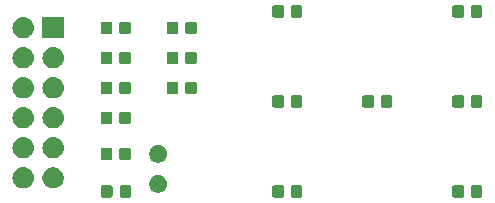
<source format=gbr>
G04 #@! TF.GenerationSoftware,KiCad,Pcbnew,(5.1.2)-2*
G04 #@! TF.CreationDate,2019-08-21T01:30:02+02:00*
G04 #@! TF.ProjectId,pmod-dice2,706d6f64-2d64-4696-9365-322e6b696361,rev?*
G04 #@! TF.SameCoordinates,Original*
G04 #@! TF.FileFunction,Soldermask,Top*
G04 #@! TF.FilePolarity,Negative*
%FSLAX46Y46*%
G04 Gerber Fmt 4.6, Leading zero omitted, Abs format (unit mm)*
G04 Created by KiCad (PCBNEW (5.1.2)-2) date 2019-08-21 01:30:02*
%MOMM*%
%LPD*%
G04 APERTURE LIST*
%ADD10C,0.100000*%
G04 APERTURE END LIST*
D10*
G36*
X64147091Y-30593085D02*
G01*
X64181069Y-30603393D01*
X64212390Y-30620134D01*
X64239839Y-30642661D01*
X64262366Y-30670110D01*
X64279107Y-30701431D01*
X64289415Y-30735409D01*
X64293500Y-30776890D01*
X64293500Y-31453110D01*
X64289415Y-31494591D01*
X64279107Y-31528569D01*
X64262366Y-31559890D01*
X64239839Y-31587339D01*
X64212390Y-31609866D01*
X64181069Y-31626607D01*
X64147091Y-31636915D01*
X64105610Y-31641000D01*
X63504390Y-31641000D01*
X63462909Y-31636915D01*
X63428931Y-31626607D01*
X63397610Y-31609866D01*
X63370161Y-31587339D01*
X63347634Y-31559890D01*
X63330893Y-31528569D01*
X63320585Y-31494591D01*
X63316500Y-31453110D01*
X63316500Y-30776890D01*
X63320585Y-30735409D01*
X63330893Y-30701431D01*
X63347634Y-30670110D01*
X63370161Y-30642661D01*
X63397610Y-30620134D01*
X63428931Y-30603393D01*
X63462909Y-30593085D01*
X63504390Y-30589000D01*
X64105610Y-30589000D01*
X64147091Y-30593085D01*
X64147091Y-30593085D01*
G37*
G36*
X47332091Y-30593085D02*
G01*
X47366069Y-30603393D01*
X47397390Y-30620134D01*
X47424839Y-30642661D01*
X47447366Y-30670110D01*
X47464107Y-30701431D01*
X47474415Y-30735409D01*
X47478500Y-30776890D01*
X47478500Y-31453110D01*
X47474415Y-31494591D01*
X47464107Y-31528569D01*
X47447366Y-31559890D01*
X47424839Y-31587339D01*
X47397390Y-31609866D01*
X47366069Y-31626607D01*
X47332091Y-31636915D01*
X47290610Y-31641000D01*
X46689390Y-31641000D01*
X46647909Y-31636915D01*
X46613931Y-31626607D01*
X46582610Y-31609866D01*
X46555161Y-31587339D01*
X46532634Y-31559890D01*
X46515893Y-31528569D01*
X46505585Y-31494591D01*
X46501500Y-31453110D01*
X46501500Y-30776890D01*
X46505585Y-30735409D01*
X46515893Y-30701431D01*
X46532634Y-30670110D01*
X46555161Y-30642661D01*
X46582610Y-30620134D01*
X46613931Y-30603393D01*
X46647909Y-30593085D01*
X46689390Y-30589000D01*
X47290610Y-30589000D01*
X47332091Y-30593085D01*
X47332091Y-30593085D01*
G37*
G36*
X48907091Y-30593085D02*
G01*
X48941069Y-30603393D01*
X48972390Y-30620134D01*
X48999839Y-30642661D01*
X49022366Y-30670110D01*
X49039107Y-30701431D01*
X49049415Y-30735409D01*
X49053500Y-30776890D01*
X49053500Y-31453110D01*
X49049415Y-31494591D01*
X49039107Y-31528569D01*
X49022366Y-31559890D01*
X48999839Y-31587339D01*
X48972390Y-31609866D01*
X48941069Y-31626607D01*
X48907091Y-31636915D01*
X48865610Y-31641000D01*
X48264390Y-31641000D01*
X48222909Y-31636915D01*
X48188931Y-31626607D01*
X48157610Y-31609866D01*
X48130161Y-31587339D01*
X48107634Y-31559890D01*
X48090893Y-31528569D01*
X48080585Y-31494591D01*
X48076500Y-31453110D01*
X48076500Y-30776890D01*
X48080585Y-30735409D01*
X48090893Y-30701431D01*
X48107634Y-30670110D01*
X48130161Y-30642661D01*
X48157610Y-30620134D01*
X48188931Y-30603393D01*
X48222909Y-30593085D01*
X48264390Y-30589000D01*
X48865610Y-30589000D01*
X48907091Y-30593085D01*
X48907091Y-30593085D01*
G37*
G36*
X32828591Y-30593085D02*
G01*
X32862569Y-30603393D01*
X32893890Y-30620134D01*
X32921339Y-30642661D01*
X32943866Y-30670110D01*
X32960607Y-30701431D01*
X32970915Y-30735409D01*
X32975000Y-30776890D01*
X32975000Y-31453110D01*
X32970915Y-31494591D01*
X32960607Y-31528569D01*
X32943866Y-31559890D01*
X32921339Y-31587339D01*
X32893890Y-31609866D01*
X32862569Y-31626607D01*
X32828591Y-31636915D01*
X32787110Y-31641000D01*
X32185890Y-31641000D01*
X32144409Y-31636915D01*
X32110431Y-31626607D01*
X32079110Y-31609866D01*
X32051661Y-31587339D01*
X32029134Y-31559890D01*
X32012393Y-31528569D01*
X32002085Y-31494591D01*
X31998000Y-31453110D01*
X31998000Y-30776890D01*
X32002085Y-30735409D01*
X32012393Y-30701431D01*
X32029134Y-30670110D01*
X32051661Y-30642661D01*
X32079110Y-30620134D01*
X32110431Y-30603393D01*
X32144409Y-30593085D01*
X32185890Y-30589000D01*
X32787110Y-30589000D01*
X32828591Y-30593085D01*
X32828591Y-30593085D01*
G37*
G36*
X34403591Y-30593085D02*
G01*
X34437569Y-30603393D01*
X34468890Y-30620134D01*
X34496339Y-30642661D01*
X34518866Y-30670110D01*
X34535607Y-30701431D01*
X34545915Y-30735409D01*
X34550000Y-30776890D01*
X34550000Y-31453110D01*
X34545915Y-31494591D01*
X34535607Y-31528569D01*
X34518866Y-31559890D01*
X34496339Y-31587339D01*
X34468890Y-31609866D01*
X34437569Y-31626607D01*
X34403591Y-31636915D01*
X34362110Y-31641000D01*
X33760890Y-31641000D01*
X33719409Y-31636915D01*
X33685431Y-31626607D01*
X33654110Y-31609866D01*
X33626661Y-31587339D01*
X33604134Y-31559890D01*
X33587393Y-31528569D01*
X33577085Y-31494591D01*
X33573000Y-31453110D01*
X33573000Y-30776890D01*
X33577085Y-30735409D01*
X33587393Y-30701431D01*
X33604134Y-30670110D01*
X33626661Y-30642661D01*
X33654110Y-30620134D01*
X33685431Y-30603393D01*
X33719409Y-30593085D01*
X33760890Y-30589000D01*
X34362110Y-30589000D01*
X34403591Y-30593085D01*
X34403591Y-30593085D01*
G37*
G36*
X62572091Y-30593085D02*
G01*
X62606069Y-30603393D01*
X62637390Y-30620134D01*
X62664839Y-30642661D01*
X62687366Y-30670110D01*
X62704107Y-30701431D01*
X62714415Y-30735409D01*
X62718500Y-30776890D01*
X62718500Y-31453110D01*
X62714415Y-31494591D01*
X62704107Y-31528569D01*
X62687366Y-31559890D01*
X62664839Y-31587339D01*
X62637390Y-31609866D01*
X62606069Y-31626607D01*
X62572091Y-31636915D01*
X62530610Y-31641000D01*
X61929390Y-31641000D01*
X61887909Y-31636915D01*
X61853931Y-31626607D01*
X61822610Y-31609866D01*
X61795161Y-31587339D01*
X61772634Y-31559890D01*
X61755893Y-31528569D01*
X61745585Y-31494591D01*
X61741500Y-31453110D01*
X61741500Y-30776890D01*
X61745585Y-30735409D01*
X61755893Y-30701431D01*
X61772634Y-30670110D01*
X61795161Y-30642661D01*
X61822610Y-30620134D01*
X61853931Y-30603393D01*
X61887909Y-30593085D01*
X61929390Y-30589000D01*
X62530610Y-30589000D01*
X62572091Y-30593085D01*
X62572091Y-30593085D01*
G37*
G36*
X37049059Y-29757860D02*
G01*
X37185732Y-29814472D01*
X37308735Y-29896660D01*
X37413340Y-30001265D01*
X37453081Y-30060742D01*
X37495529Y-30124270D01*
X37552140Y-30260941D01*
X37581000Y-30406032D01*
X37581000Y-30553968D01*
X37552440Y-30697552D01*
X37552140Y-30699059D01*
X37495528Y-30835732D01*
X37413340Y-30958735D01*
X37308735Y-31063340D01*
X37185732Y-31145528D01*
X37185731Y-31145529D01*
X37185730Y-31145529D01*
X37049059Y-31202140D01*
X36903968Y-31231000D01*
X36756032Y-31231000D01*
X36610941Y-31202140D01*
X36474270Y-31145529D01*
X36474269Y-31145529D01*
X36474268Y-31145528D01*
X36351265Y-31063340D01*
X36246660Y-30958735D01*
X36164472Y-30835732D01*
X36107860Y-30699059D01*
X36107560Y-30697552D01*
X36079000Y-30553968D01*
X36079000Y-30406032D01*
X36107860Y-30260941D01*
X36164471Y-30124270D01*
X36206919Y-30060742D01*
X36246660Y-30001265D01*
X36351265Y-29896660D01*
X36474268Y-29814472D01*
X36610941Y-29757860D01*
X36756032Y-29729000D01*
X36903968Y-29729000D01*
X37049059Y-29757860D01*
X37049059Y-29757860D01*
G37*
G36*
X25510442Y-29077518D02*
G01*
X25576627Y-29084037D01*
X25746466Y-29135557D01*
X25902991Y-29219222D01*
X25938729Y-29248552D01*
X26040186Y-29331814D01*
X26123448Y-29433271D01*
X26152778Y-29469009D01*
X26236443Y-29625534D01*
X26287963Y-29795373D01*
X26305359Y-29972000D01*
X26287963Y-30148627D01*
X26236443Y-30318466D01*
X26152778Y-30474991D01*
X26123448Y-30510729D01*
X26040186Y-30612186D01*
X25967480Y-30671853D01*
X25902991Y-30724778D01*
X25746466Y-30808443D01*
X25576627Y-30859963D01*
X25510443Y-30866481D01*
X25444260Y-30873000D01*
X25355740Y-30873000D01*
X25289557Y-30866481D01*
X25223373Y-30859963D01*
X25053534Y-30808443D01*
X24897009Y-30724778D01*
X24832520Y-30671853D01*
X24759814Y-30612186D01*
X24676552Y-30510729D01*
X24647222Y-30474991D01*
X24563557Y-30318466D01*
X24512037Y-30148627D01*
X24494641Y-29972000D01*
X24512037Y-29795373D01*
X24563557Y-29625534D01*
X24647222Y-29469009D01*
X24676552Y-29433271D01*
X24759814Y-29331814D01*
X24861271Y-29248552D01*
X24897009Y-29219222D01*
X25053534Y-29135557D01*
X25223373Y-29084037D01*
X25289558Y-29077518D01*
X25355740Y-29071000D01*
X25444260Y-29071000D01*
X25510442Y-29077518D01*
X25510442Y-29077518D01*
G37*
G36*
X28053512Y-29075927D02*
G01*
X28202812Y-29105624D01*
X28366784Y-29173544D01*
X28514354Y-29272147D01*
X28639853Y-29397646D01*
X28738456Y-29545216D01*
X28806376Y-29709188D01*
X28841000Y-29883259D01*
X28841000Y-30060741D01*
X28806376Y-30234812D01*
X28738456Y-30398784D01*
X28639853Y-30546354D01*
X28514354Y-30671853D01*
X28366784Y-30770456D01*
X28202812Y-30838376D01*
X28053512Y-30868073D01*
X28028742Y-30873000D01*
X27851258Y-30873000D01*
X27826488Y-30868073D01*
X27677188Y-30838376D01*
X27513216Y-30770456D01*
X27365646Y-30671853D01*
X27240147Y-30546354D01*
X27141544Y-30398784D01*
X27073624Y-30234812D01*
X27039000Y-30060741D01*
X27039000Y-29883259D01*
X27073624Y-29709188D01*
X27141544Y-29545216D01*
X27240147Y-29397646D01*
X27365646Y-29272147D01*
X27513216Y-29173544D01*
X27677188Y-29105624D01*
X27826488Y-29075927D01*
X27851258Y-29071000D01*
X28028742Y-29071000D01*
X28053512Y-29075927D01*
X28053512Y-29075927D01*
G37*
G36*
X37049059Y-27217860D02*
G01*
X37185732Y-27274472D01*
X37308735Y-27356660D01*
X37413340Y-27461265D01*
X37495528Y-27584268D01*
X37495529Y-27584270D01*
X37552140Y-27720941D01*
X37581000Y-27866032D01*
X37581000Y-28013968D01*
X37552140Y-28159059D01*
X37526173Y-28221750D01*
X37495528Y-28295732D01*
X37413340Y-28418735D01*
X37308735Y-28523340D01*
X37185732Y-28605528D01*
X37185731Y-28605529D01*
X37185730Y-28605529D01*
X37049059Y-28662140D01*
X36903968Y-28691000D01*
X36756032Y-28691000D01*
X36610941Y-28662140D01*
X36474270Y-28605529D01*
X36474269Y-28605529D01*
X36474268Y-28605528D01*
X36351265Y-28523340D01*
X36246660Y-28418735D01*
X36164472Y-28295732D01*
X36133828Y-28221750D01*
X36107860Y-28159059D01*
X36079000Y-28013968D01*
X36079000Y-27866032D01*
X36107860Y-27720941D01*
X36164471Y-27584270D01*
X36164472Y-27584268D01*
X36246660Y-27461265D01*
X36351265Y-27356660D01*
X36474268Y-27274472D01*
X36610941Y-27217860D01*
X36756032Y-27189000D01*
X36903968Y-27189000D01*
X37049059Y-27217860D01*
X37049059Y-27217860D01*
G37*
G36*
X34378091Y-27418085D02*
G01*
X34412069Y-27428393D01*
X34443390Y-27445134D01*
X34470839Y-27467661D01*
X34493366Y-27495110D01*
X34510107Y-27526431D01*
X34520415Y-27560409D01*
X34524500Y-27601890D01*
X34524500Y-28278110D01*
X34520415Y-28319591D01*
X34510107Y-28353569D01*
X34493366Y-28384890D01*
X34470839Y-28412339D01*
X34443390Y-28434866D01*
X34412069Y-28451607D01*
X34378091Y-28461915D01*
X34336610Y-28466000D01*
X33735390Y-28466000D01*
X33693909Y-28461915D01*
X33659931Y-28451607D01*
X33628610Y-28434866D01*
X33601161Y-28412339D01*
X33578634Y-28384890D01*
X33561893Y-28353569D01*
X33551585Y-28319591D01*
X33547500Y-28278110D01*
X33547500Y-27601890D01*
X33551585Y-27560409D01*
X33561893Y-27526431D01*
X33578634Y-27495110D01*
X33601161Y-27467661D01*
X33628610Y-27445134D01*
X33659931Y-27428393D01*
X33693909Y-27418085D01*
X33735390Y-27414000D01*
X34336610Y-27414000D01*
X34378091Y-27418085D01*
X34378091Y-27418085D01*
G37*
G36*
X32803091Y-27418085D02*
G01*
X32837069Y-27428393D01*
X32868390Y-27445134D01*
X32895839Y-27467661D01*
X32918366Y-27495110D01*
X32935107Y-27526431D01*
X32945415Y-27560409D01*
X32949500Y-27601890D01*
X32949500Y-28278110D01*
X32945415Y-28319591D01*
X32935107Y-28353569D01*
X32918366Y-28384890D01*
X32895839Y-28412339D01*
X32868390Y-28434866D01*
X32837069Y-28451607D01*
X32803091Y-28461915D01*
X32761610Y-28466000D01*
X32160390Y-28466000D01*
X32118909Y-28461915D01*
X32084931Y-28451607D01*
X32053610Y-28434866D01*
X32026161Y-28412339D01*
X32003634Y-28384890D01*
X31986893Y-28353569D01*
X31976585Y-28319591D01*
X31972500Y-28278110D01*
X31972500Y-27601890D01*
X31976585Y-27560409D01*
X31986893Y-27526431D01*
X32003634Y-27495110D01*
X32026161Y-27467661D01*
X32053610Y-27445134D01*
X32084931Y-27428393D01*
X32118909Y-27418085D01*
X32160390Y-27414000D01*
X32761610Y-27414000D01*
X32803091Y-27418085D01*
X32803091Y-27418085D01*
G37*
G36*
X28050443Y-26537519D02*
G01*
X28116627Y-26544037D01*
X28286466Y-26595557D01*
X28442991Y-26679222D01*
X28478729Y-26708552D01*
X28580186Y-26791814D01*
X28663448Y-26893271D01*
X28692778Y-26929009D01*
X28776443Y-27085534D01*
X28827963Y-27255373D01*
X28845359Y-27432000D01*
X28827963Y-27608627D01*
X28776443Y-27778466D01*
X28692778Y-27934991D01*
X28663448Y-27970729D01*
X28580186Y-28072186D01*
X28478729Y-28155448D01*
X28442991Y-28184778D01*
X28286466Y-28268443D01*
X28116627Y-28319963D01*
X28050442Y-28326482D01*
X27984260Y-28333000D01*
X27895740Y-28333000D01*
X27829558Y-28326482D01*
X27763373Y-28319963D01*
X27593534Y-28268443D01*
X27437009Y-28184778D01*
X27401271Y-28155448D01*
X27299814Y-28072186D01*
X27216552Y-27970729D01*
X27187222Y-27934991D01*
X27103557Y-27778466D01*
X27052037Y-27608627D01*
X27034641Y-27432000D01*
X27052037Y-27255373D01*
X27103557Y-27085534D01*
X27187222Y-26929009D01*
X27216552Y-26893271D01*
X27299814Y-26791814D01*
X27401271Y-26708552D01*
X27437009Y-26679222D01*
X27593534Y-26595557D01*
X27763373Y-26544037D01*
X27829557Y-26537519D01*
X27895740Y-26531000D01*
X27984260Y-26531000D01*
X28050443Y-26537519D01*
X28050443Y-26537519D01*
G37*
G36*
X25510443Y-26537519D02*
G01*
X25576627Y-26544037D01*
X25746466Y-26595557D01*
X25902991Y-26679222D01*
X25938729Y-26708552D01*
X26040186Y-26791814D01*
X26123448Y-26893271D01*
X26152778Y-26929009D01*
X26236443Y-27085534D01*
X26287963Y-27255373D01*
X26305359Y-27432000D01*
X26287963Y-27608627D01*
X26236443Y-27778466D01*
X26152778Y-27934991D01*
X26123448Y-27970729D01*
X26040186Y-28072186D01*
X25938729Y-28155448D01*
X25902991Y-28184778D01*
X25746466Y-28268443D01*
X25576627Y-28319963D01*
X25510442Y-28326482D01*
X25444260Y-28333000D01*
X25355740Y-28333000D01*
X25289558Y-28326482D01*
X25223373Y-28319963D01*
X25053534Y-28268443D01*
X24897009Y-28184778D01*
X24861271Y-28155448D01*
X24759814Y-28072186D01*
X24676552Y-27970729D01*
X24647222Y-27934991D01*
X24563557Y-27778466D01*
X24512037Y-27608627D01*
X24494641Y-27432000D01*
X24512037Y-27255373D01*
X24563557Y-27085534D01*
X24647222Y-26929009D01*
X24676552Y-26893271D01*
X24759814Y-26791814D01*
X24861271Y-26708552D01*
X24897009Y-26679222D01*
X25053534Y-26595557D01*
X25223373Y-26544037D01*
X25289557Y-26537519D01*
X25355740Y-26531000D01*
X25444260Y-26531000D01*
X25510443Y-26537519D01*
X25510443Y-26537519D01*
G37*
G36*
X28050443Y-23997519D02*
G01*
X28116627Y-24004037D01*
X28286466Y-24055557D01*
X28442991Y-24139222D01*
X28478729Y-24168552D01*
X28580186Y-24251814D01*
X28663448Y-24353271D01*
X28692778Y-24389009D01*
X28776443Y-24545534D01*
X28827963Y-24715373D01*
X28845359Y-24892000D01*
X28827963Y-25068627D01*
X28776443Y-25238466D01*
X28692778Y-25394991D01*
X28677746Y-25413307D01*
X28580186Y-25532186D01*
X28478729Y-25615448D01*
X28442991Y-25644778D01*
X28286466Y-25728443D01*
X28116627Y-25779963D01*
X28050442Y-25786482D01*
X27984260Y-25793000D01*
X27895740Y-25793000D01*
X27829557Y-25786481D01*
X27763373Y-25779963D01*
X27593534Y-25728443D01*
X27437009Y-25644778D01*
X27401271Y-25615448D01*
X27299814Y-25532186D01*
X27202254Y-25413307D01*
X27187222Y-25394991D01*
X27103557Y-25238466D01*
X27052037Y-25068627D01*
X27034641Y-24892000D01*
X27052037Y-24715373D01*
X27103557Y-24545534D01*
X27187222Y-24389009D01*
X27216552Y-24353271D01*
X27299814Y-24251814D01*
X27401271Y-24168552D01*
X27437009Y-24139222D01*
X27593534Y-24055557D01*
X27763373Y-24004037D01*
X27829558Y-23997518D01*
X27895740Y-23991000D01*
X27984260Y-23991000D01*
X28050443Y-23997519D01*
X28050443Y-23997519D01*
G37*
G36*
X25510443Y-23997519D02*
G01*
X25576627Y-24004037D01*
X25746466Y-24055557D01*
X25902991Y-24139222D01*
X25938729Y-24168552D01*
X26040186Y-24251814D01*
X26123448Y-24353271D01*
X26152778Y-24389009D01*
X26236443Y-24545534D01*
X26287963Y-24715373D01*
X26305359Y-24892000D01*
X26287963Y-25068627D01*
X26236443Y-25238466D01*
X26152778Y-25394991D01*
X26137746Y-25413307D01*
X26040186Y-25532186D01*
X25938729Y-25615448D01*
X25902991Y-25644778D01*
X25746466Y-25728443D01*
X25576627Y-25779963D01*
X25510442Y-25786482D01*
X25444260Y-25793000D01*
X25355740Y-25793000D01*
X25289557Y-25786481D01*
X25223373Y-25779963D01*
X25053534Y-25728443D01*
X24897009Y-25644778D01*
X24861271Y-25615448D01*
X24759814Y-25532186D01*
X24662254Y-25413307D01*
X24647222Y-25394991D01*
X24563557Y-25238466D01*
X24512037Y-25068627D01*
X24494641Y-24892000D01*
X24512037Y-24715373D01*
X24563557Y-24545534D01*
X24647222Y-24389009D01*
X24676552Y-24353271D01*
X24759814Y-24251814D01*
X24861271Y-24168552D01*
X24897009Y-24139222D01*
X25053534Y-24055557D01*
X25223373Y-24004037D01*
X25289558Y-23997518D01*
X25355740Y-23991000D01*
X25444260Y-23991000D01*
X25510443Y-23997519D01*
X25510443Y-23997519D01*
G37*
G36*
X32803091Y-24370085D02*
G01*
X32837069Y-24380393D01*
X32868390Y-24397134D01*
X32895839Y-24419661D01*
X32918366Y-24447110D01*
X32935107Y-24478431D01*
X32945415Y-24512409D01*
X32949500Y-24553890D01*
X32949500Y-25230110D01*
X32945415Y-25271591D01*
X32935107Y-25305569D01*
X32918366Y-25336890D01*
X32895839Y-25364339D01*
X32868390Y-25386866D01*
X32837069Y-25403607D01*
X32803091Y-25413915D01*
X32761610Y-25418000D01*
X32160390Y-25418000D01*
X32118909Y-25413915D01*
X32084931Y-25403607D01*
X32053610Y-25386866D01*
X32026161Y-25364339D01*
X32003634Y-25336890D01*
X31986893Y-25305569D01*
X31976585Y-25271591D01*
X31972500Y-25230110D01*
X31972500Y-24553890D01*
X31976585Y-24512409D01*
X31986893Y-24478431D01*
X32003634Y-24447110D01*
X32026161Y-24419661D01*
X32053610Y-24397134D01*
X32084931Y-24380393D01*
X32118909Y-24370085D01*
X32160390Y-24366000D01*
X32761610Y-24366000D01*
X32803091Y-24370085D01*
X32803091Y-24370085D01*
G37*
G36*
X34378091Y-24370085D02*
G01*
X34412069Y-24380393D01*
X34443390Y-24397134D01*
X34470839Y-24419661D01*
X34493366Y-24447110D01*
X34510107Y-24478431D01*
X34520415Y-24512409D01*
X34524500Y-24553890D01*
X34524500Y-25230110D01*
X34520415Y-25271591D01*
X34510107Y-25305569D01*
X34493366Y-25336890D01*
X34470839Y-25364339D01*
X34443390Y-25386866D01*
X34412069Y-25403607D01*
X34378091Y-25413915D01*
X34336610Y-25418000D01*
X33735390Y-25418000D01*
X33693909Y-25413915D01*
X33659931Y-25403607D01*
X33628610Y-25386866D01*
X33601161Y-25364339D01*
X33578634Y-25336890D01*
X33561893Y-25305569D01*
X33551585Y-25271591D01*
X33547500Y-25230110D01*
X33547500Y-24553890D01*
X33551585Y-24512409D01*
X33561893Y-24478431D01*
X33578634Y-24447110D01*
X33601161Y-24419661D01*
X33628610Y-24397134D01*
X33659931Y-24380393D01*
X33693909Y-24370085D01*
X33735390Y-24366000D01*
X34336610Y-24366000D01*
X34378091Y-24370085D01*
X34378091Y-24370085D01*
G37*
G36*
X54952091Y-22973085D02*
G01*
X54986069Y-22983393D01*
X55017390Y-23000134D01*
X55044839Y-23022661D01*
X55067366Y-23050110D01*
X55084107Y-23081431D01*
X55094415Y-23115409D01*
X55098500Y-23156890D01*
X55098500Y-23833110D01*
X55094415Y-23874591D01*
X55084107Y-23908569D01*
X55067366Y-23939890D01*
X55044839Y-23967339D01*
X55017390Y-23989866D01*
X54986069Y-24006607D01*
X54952091Y-24016915D01*
X54910610Y-24021000D01*
X54309390Y-24021000D01*
X54267909Y-24016915D01*
X54233931Y-24006607D01*
X54202610Y-23989866D01*
X54175161Y-23967339D01*
X54152634Y-23939890D01*
X54135893Y-23908569D01*
X54125585Y-23874591D01*
X54121500Y-23833110D01*
X54121500Y-23156890D01*
X54125585Y-23115409D01*
X54135893Y-23081431D01*
X54152634Y-23050110D01*
X54175161Y-23022661D01*
X54202610Y-23000134D01*
X54233931Y-22983393D01*
X54267909Y-22973085D01*
X54309390Y-22969000D01*
X54910610Y-22969000D01*
X54952091Y-22973085D01*
X54952091Y-22973085D01*
G37*
G36*
X62572091Y-22973085D02*
G01*
X62606069Y-22983393D01*
X62637390Y-23000134D01*
X62664839Y-23022661D01*
X62687366Y-23050110D01*
X62704107Y-23081431D01*
X62714415Y-23115409D01*
X62718500Y-23156890D01*
X62718500Y-23833110D01*
X62714415Y-23874591D01*
X62704107Y-23908569D01*
X62687366Y-23939890D01*
X62664839Y-23967339D01*
X62637390Y-23989866D01*
X62606069Y-24006607D01*
X62572091Y-24016915D01*
X62530610Y-24021000D01*
X61929390Y-24021000D01*
X61887909Y-24016915D01*
X61853931Y-24006607D01*
X61822610Y-23989866D01*
X61795161Y-23967339D01*
X61772634Y-23939890D01*
X61755893Y-23908569D01*
X61745585Y-23874591D01*
X61741500Y-23833110D01*
X61741500Y-23156890D01*
X61745585Y-23115409D01*
X61755893Y-23081431D01*
X61772634Y-23050110D01*
X61795161Y-23022661D01*
X61822610Y-23000134D01*
X61853931Y-22983393D01*
X61887909Y-22973085D01*
X61929390Y-22969000D01*
X62530610Y-22969000D01*
X62572091Y-22973085D01*
X62572091Y-22973085D01*
G37*
G36*
X56527091Y-22973085D02*
G01*
X56561069Y-22983393D01*
X56592390Y-23000134D01*
X56619839Y-23022661D01*
X56642366Y-23050110D01*
X56659107Y-23081431D01*
X56669415Y-23115409D01*
X56673500Y-23156890D01*
X56673500Y-23833110D01*
X56669415Y-23874591D01*
X56659107Y-23908569D01*
X56642366Y-23939890D01*
X56619839Y-23967339D01*
X56592390Y-23989866D01*
X56561069Y-24006607D01*
X56527091Y-24016915D01*
X56485610Y-24021000D01*
X55884390Y-24021000D01*
X55842909Y-24016915D01*
X55808931Y-24006607D01*
X55777610Y-23989866D01*
X55750161Y-23967339D01*
X55727634Y-23939890D01*
X55710893Y-23908569D01*
X55700585Y-23874591D01*
X55696500Y-23833110D01*
X55696500Y-23156890D01*
X55700585Y-23115409D01*
X55710893Y-23081431D01*
X55727634Y-23050110D01*
X55750161Y-23022661D01*
X55777610Y-23000134D01*
X55808931Y-22983393D01*
X55842909Y-22973085D01*
X55884390Y-22969000D01*
X56485610Y-22969000D01*
X56527091Y-22973085D01*
X56527091Y-22973085D01*
G37*
G36*
X47332091Y-22973085D02*
G01*
X47366069Y-22983393D01*
X47397390Y-23000134D01*
X47424839Y-23022661D01*
X47447366Y-23050110D01*
X47464107Y-23081431D01*
X47474415Y-23115409D01*
X47478500Y-23156890D01*
X47478500Y-23833110D01*
X47474415Y-23874591D01*
X47464107Y-23908569D01*
X47447366Y-23939890D01*
X47424839Y-23967339D01*
X47397390Y-23989866D01*
X47366069Y-24006607D01*
X47332091Y-24016915D01*
X47290610Y-24021000D01*
X46689390Y-24021000D01*
X46647909Y-24016915D01*
X46613931Y-24006607D01*
X46582610Y-23989866D01*
X46555161Y-23967339D01*
X46532634Y-23939890D01*
X46515893Y-23908569D01*
X46505585Y-23874591D01*
X46501500Y-23833110D01*
X46501500Y-23156890D01*
X46505585Y-23115409D01*
X46515893Y-23081431D01*
X46532634Y-23050110D01*
X46555161Y-23022661D01*
X46582610Y-23000134D01*
X46613931Y-22983393D01*
X46647909Y-22973085D01*
X46689390Y-22969000D01*
X47290610Y-22969000D01*
X47332091Y-22973085D01*
X47332091Y-22973085D01*
G37*
G36*
X64147091Y-22973085D02*
G01*
X64181069Y-22983393D01*
X64212390Y-23000134D01*
X64239839Y-23022661D01*
X64262366Y-23050110D01*
X64279107Y-23081431D01*
X64289415Y-23115409D01*
X64293500Y-23156890D01*
X64293500Y-23833110D01*
X64289415Y-23874591D01*
X64279107Y-23908569D01*
X64262366Y-23939890D01*
X64239839Y-23967339D01*
X64212390Y-23989866D01*
X64181069Y-24006607D01*
X64147091Y-24016915D01*
X64105610Y-24021000D01*
X63504390Y-24021000D01*
X63462909Y-24016915D01*
X63428931Y-24006607D01*
X63397610Y-23989866D01*
X63370161Y-23967339D01*
X63347634Y-23939890D01*
X63330893Y-23908569D01*
X63320585Y-23874591D01*
X63316500Y-23833110D01*
X63316500Y-23156890D01*
X63320585Y-23115409D01*
X63330893Y-23081431D01*
X63347634Y-23050110D01*
X63370161Y-23022661D01*
X63397610Y-23000134D01*
X63428931Y-22983393D01*
X63462909Y-22973085D01*
X63504390Y-22969000D01*
X64105610Y-22969000D01*
X64147091Y-22973085D01*
X64147091Y-22973085D01*
G37*
G36*
X48907091Y-22973085D02*
G01*
X48941069Y-22983393D01*
X48972390Y-23000134D01*
X48999839Y-23022661D01*
X49022366Y-23050110D01*
X49039107Y-23081431D01*
X49049415Y-23115409D01*
X49053500Y-23156890D01*
X49053500Y-23833110D01*
X49049415Y-23874591D01*
X49039107Y-23908569D01*
X49022366Y-23939890D01*
X48999839Y-23967339D01*
X48972390Y-23989866D01*
X48941069Y-24006607D01*
X48907091Y-24016915D01*
X48865610Y-24021000D01*
X48264390Y-24021000D01*
X48222909Y-24016915D01*
X48188931Y-24006607D01*
X48157610Y-23989866D01*
X48130161Y-23967339D01*
X48107634Y-23939890D01*
X48090893Y-23908569D01*
X48080585Y-23874591D01*
X48076500Y-23833110D01*
X48076500Y-23156890D01*
X48080585Y-23115409D01*
X48090893Y-23081431D01*
X48107634Y-23050110D01*
X48130161Y-23022661D01*
X48157610Y-23000134D01*
X48188931Y-22983393D01*
X48222909Y-22973085D01*
X48264390Y-22969000D01*
X48865610Y-22969000D01*
X48907091Y-22973085D01*
X48907091Y-22973085D01*
G37*
G36*
X25510443Y-21457519D02*
G01*
X25576627Y-21464037D01*
X25746466Y-21515557D01*
X25902991Y-21599222D01*
X25938729Y-21628552D01*
X26040186Y-21711814D01*
X26123448Y-21813271D01*
X26152778Y-21849009D01*
X26236443Y-22005534D01*
X26287963Y-22175373D01*
X26305359Y-22352000D01*
X26287963Y-22528627D01*
X26236443Y-22698466D01*
X26152778Y-22854991D01*
X26137746Y-22873307D01*
X26040186Y-22992186D01*
X25969604Y-23050110D01*
X25902991Y-23104778D01*
X25746466Y-23188443D01*
X25576627Y-23239963D01*
X25510443Y-23246481D01*
X25444260Y-23253000D01*
X25355740Y-23253000D01*
X25289557Y-23246481D01*
X25223373Y-23239963D01*
X25053534Y-23188443D01*
X24897009Y-23104778D01*
X24830396Y-23050110D01*
X24759814Y-22992186D01*
X24662254Y-22873307D01*
X24647222Y-22854991D01*
X24563557Y-22698466D01*
X24512037Y-22528627D01*
X24494641Y-22352000D01*
X24512037Y-22175373D01*
X24563557Y-22005534D01*
X24647222Y-21849009D01*
X24676552Y-21813271D01*
X24759814Y-21711814D01*
X24861271Y-21628552D01*
X24897009Y-21599222D01*
X25053534Y-21515557D01*
X25223373Y-21464037D01*
X25289557Y-21457519D01*
X25355740Y-21451000D01*
X25444260Y-21451000D01*
X25510443Y-21457519D01*
X25510443Y-21457519D01*
G37*
G36*
X28050443Y-21457519D02*
G01*
X28116627Y-21464037D01*
X28286466Y-21515557D01*
X28442991Y-21599222D01*
X28478729Y-21628552D01*
X28580186Y-21711814D01*
X28663448Y-21813271D01*
X28692778Y-21849009D01*
X28776443Y-22005534D01*
X28827963Y-22175373D01*
X28845359Y-22352000D01*
X28827963Y-22528627D01*
X28776443Y-22698466D01*
X28692778Y-22854991D01*
X28677746Y-22873307D01*
X28580186Y-22992186D01*
X28509604Y-23050110D01*
X28442991Y-23104778D01*
X28286466Y-23188443D01*
X28116627Y-23239963D01*
X28050443Y-23246481D01*
X27984260Y-23253000D01*
X27895740Y-23253000D01*
X27829557Y-23246481D01*
X27763373Y-23239963D01*
X27593534Y-23188443D01*
X27437009Y-23104778D01*
X27370396Y-23050110D01*
X27299814Y-22992186D01*
X27202254Y-22873307D01*
X27187222Y-22854991D01*
X27103557Y-22698466D01*
X27052037Y-22528627D01*
X27034641Y-22352000D01*
X27052037Y-22175373D01*
X27103557Y-22005534D01*
X27187222Y-21849009D01*
X27216552Y-21813271D01*
X27299814Y-21711814D01*
X27401271Y-21628552D01*
X27437009Y-21599222D01*
X27593534Y-21515557D01*
X27763373Y-21464037D01*
X27829557Y-21457519D01*
X27895740Y-21451000D01*
X27984260Y-21451000D01*
X28050443Y-21457519D01*
X28050443Y-21457519D01*
G37*
G36*
X38391091Y-21830085D02*
G01*
X38425069Y-21840393D01*
X38456390Y-21857134D01*
X38483839Y-21879661D01*
X38506366Y-21907110D01*
X38523107Y-21938431D01*
X38533415Y-21972409D01*
X38537500Y-22013890D01*
X38537500Y-22690110D01*
X38533415Y-22731591D01*
X38523107Y-22765569D01*
X38506366Y-22796890D01*
X38483839Y-22824339D01*
X38456390Y-22846866D01*
X38425069Y-22863607D01*
X38391091Y-22873915D01*
X38349610Y-22878000D01*
X37748390Y-22878000D01*
X37706909Y-22873915D01*
X37672931Y-22863607D01*
X37641610Y-22846866D01*
X37614161Y-22824339D01*
X37591634Y-22796890D01*
X37574893Y-22765569D01*
X37564585Y-22731591D01*
X37560500Y-22690110D01*
X37560500Y-22013890D01*
X37564585Y-21972409D01*
X37574893Y-21938431D01*
X37591634Y-21907110D01*
X37614161Y-21879661D01*
X37641610Y-21857134D01*
X37672931Y-21840393D01*
X37706909Y-21830085D01*
X37748390Y-21826000D01*
X38349610Y-21826000D01*
X38391091Y-21830085D01*
X38391091Y-21830085D01*
G37*
G36*
X34378091Y-21830085D02*
G01*
X34412069Y-21840393D01*
X34443390Y-21857134D01*
X34470839Y-21879661D01*
X34493366Y-21907110D01*
X34510107Y-21938431D01*
X34520415Y-21972409D01*
X34524500Y-22013890D01*
X34524500Y-22690110D01*
X34520415Y-22731591D01*
X34510107Y-22765569D01*
X34493366Y-22796890D01*
X34470839Y-22824339D01*
X34443390Y-22846866D01*
X34412069Y-22863607D01*
X34378091Y-22873915D01*
X34336610Y-22878000D01*
X33735390Y-22878000D01*
X33693909Y-22873915D01*
X33659931Y-22863607D01*
X33628610Y-22846866D01*
X33601161Y-22824339D01*
X33578634Y-22796890D01*
X33561893Y-22765569D01*
X33551585Y-22731591D01*
X33547500Y-22690110D01*
X33547500Y-22013890D01*
X33551585Y-21972409D01*
X33561893Y-21938431D01*
X33578634Y-21907110D01*
X33601161Y-21879661D01*
X33628610Y-21857134D01*
X33659931Y-21840393D01*
X33693909Y-21830085D01*
X33735390Y-21826000D01*
X34336610Y-21826000D01*
X34378091Y-21830085D01*
X34378091Y-21830085D01*
G37*
G36*
X32803091Y-21830085D02*
G01*
X32837069Y-21840393D01*
X32868390Y-21857134D01*
X32895839Y-21879661D01*
X32918366Y-21907110D01*
X32935107Y-21938431D01*
X32945415Y-21972409D01*
X32949500Y-22013890D01*
X32949500Y-22690110D01*
X32945415Y-22731591D01*
X32935107Y-22765569D01*
X32918366Y-22796890D01*
X32895839Y-22824339D01*
X32868390Y-22846866D01*
X32837069Y-22863607D01*
X32803091Y-22873915D01*
X32761610Y-22878000D01*
X32160390Y-22878000D01*
X32118909Y-22873915D01*
X32084931Y-22863607D01*
X32053610Y-22846866D01*
X32026161Y-22824339D01*
X32003634Y-22796890D01*
X31986893Y-22765569D01*
X31976585Y-22731591D01*
X31972500Y-22690110D01*
X31972500Y-22013890D01*
X31976585Y-21972409D01*
X31986893Y-21938431D01*
X32003634Y-21907110D01*
X32026161Y-21879661D01*
X32053610Y-21857134D01*
X32084931Y-21840393D01*
X32118909Y-21830085D01*
X32160390Y-21826000D01*
X32761610Y-21826000D01*
X32803091Y-21830085D01*
X32803091Y-21830085D01*
G37*
G36*
X39966091Y-21830085D02*
G01*
X40000069Y-21840393D01*
X40031390Y-21857134D01*
X40058839Y-21879661D01*
X40081366Y-21907110D01*
X40098107Y-21938431D01*
X40108415Y-21972409D01*
X40112500Y-22013890D01*
X40112500Y-22690110D01*
X40108415Y-22731591D01*
X40098107Y-22765569D01*
X40081366Y-22796890D01*
X40058839Y-22824339D01*
X40031390Y-22846866D01*
X40000069Y-22863607D01*
X39966091Y-22873915D01*
X39924610Y-22878000D01*
X39323390Y-22878000D01*
X39281909Y-22873915D01*
X39247931Y-22863607D01*
X39216610Y-22846866D01*
X39189161Y-22824339D01*
X39166634Y-22796890D01*
X39149893Y-22765569D01*
X39139585Y-22731591D01*
X39135500Y-22690110D01*
X39135500Y-22013890D01*
X39139585Y-21972409D01*
X39149893Y-21938431D01*
X39166634Y-21907110D01*
X39189161Y-21879661D01*
X39216610Y-21857134D01*
X39247931Y-21840393D01*
X39281909Y-21830085D01*
X39323390Y-21826000D01*
X39924610Y-21826000D01*
X39966091Y-21830085D01*
X39966091Y-21830085D01*
G37*
G36*
X25510442Y-18917518D02*
G01*
X25576627Y-18924037D01*
X25746466Y-18975557D01*
X25902991Y-19059222D01*
X25938729Y-19088552D01*
X26040186Y-19171814D01*
X26123448Y-19273271D01*
X26152778Y-19309009D01*
X26236443Y-19465534D01*
X26287963Y-19635373D01*
X26305359Y-19812000D01*
X26287963Y-19988627D01*
X26236443Y-20158466D01*
X26152778Y-20314991D01*
X26137746Y-20333307D01*
X26040186Y-20452186D01*
X25938729Y-20535448D01*
X25902991Y-20564778D01*
X25746466Y-20648443D01*
X25576627Y-20699963D01*
X25510443Y-20706481D01*
X25444260Y-20713000D01*
X25355740Y-20713000D01*
X25289557Y-20706481D01*
X25223373Y-20699963D01*
X25053534Y-20648443D01*
X24897009Y-20564778D01*
X24861271Y-20535448D01*
X24759814Y-20452186D01*
X24662254Y-20333307D01*
X24647222Y-20314991D01*
X24563557Y-20158466D01*
X24512037Y-19988627D01*
X24494641Y-19812000D01*
X24512037Y-19635373D01*
X24563557Y-19465534D01*
X24647222Y-19309009D01*
X24676552Y-19273271D01*
X24759814Y-19171814D01*
X24861271Y-19088552D01*
X24897009Y-19059222D01*
X25053534Y-18975557D01*
X25223373Y-18924037D01*
X25289558Y-18917518D01*
X25355740Y-18911000D01*
X25444260Y-18911000D01*
X25510442Y-18917518D01*
X25510442Y-18917518D01*
G37*
G36*
X28050442Y-18917518D02*
G01*
X28116627Y-18924037D01*
X28286466Y-18975557D01*
X28442991Y-19059222D01*
X28478729Y-19088552D01*
X28580186Y-19171814D01*
X28663448Y-19273271D01*
X28692778Y-19309009D01*
X28776443Y-19465534D01*
X28827963Y-19635373D01*
X28845359Y-19812000D01*
X28827963Y-19988627D01*
X28776443Y-20158466D01*
X28692778Y-20314991D01*
X28677746Y-20333307D01*
X28580186Y-20452186D01*
X28478729Y-20535448D01*
X28442991Y-20564778D01*
X28286466Y-20648443D01*
X28116627Y-20699963D01*
X28050443Y-20706481D01*
X27984260Y-20713000D01*
X27895740Y-20713000D01*
X27829557Y-20706481D01*
X27763373Y-20699963D01*
X27593534Y-20648443D01*
X27437009Y-20564778D01*
X27401271Y-20535448D01*
X27299814Y-20452186D01*
X27202254Y-20333307D01*
X27187222Y-20314991D01*
X27103557Y-20158466D01*
X27052037Y-19988627D01*
X27034641Y-19812000D01*
X27052037Y-19635373D01*
X27103557Y-19465534D01*
X27187222Y-19309009D01*
X27216552Y-19273271D01*
X27299814Y-19171814D01*
X27401271Y-19088552D01*
X27437009Y-19059222D01*
X27593534Y-18975557D01*
X27763373Y-18924037D01*
X27829558Y-18917518D01*
X27895740Y-18911000D01*
X27984260Y-18911000D01*
X28050442Y-18917518D01*
X28050442Y-18917518D01*
G37*
G36*
X32803091Y-19290085D02*
G01*
X32837069Y-19300393D01*
X32868390Y-19317134D01*
X32895839Y-19339661D01*
X32918366Y-19367110D01*
X32935107Y-19398431D01*
X32945415Y-19432409D01*
X32949500Y-19473890D01*
X32949500Y-20150110D01*
X32945415Y-20191591D01*
X32935107Y-20225569D01*
X32918366Y-20256890D01*
X32895839Y-20284339D01*
X32868390Y-20306866D01*
X32837069Y-20323607D01*
X32803091Y-20333915D01*
X32761610Y-20338000D01*
X32160390Y-20338000D01*
X32118909Y-20333915D01*
X32084931Y-20323607D01*
X32053610Y-20306866D01*
X32026161Y-20284339D01*
X32003634Y-20256890D01*
X31986893Y-20225569D01*
X31976585Y-20191591D01*
X31972500Y-20150110D01*
X31972500Y-19473890D01*
X31976585Y-19432409D01*
X31986893Y-19398431D01*
X32003634Y-19367110D01*
X32026161Y-19339661D01*
X32053610Y-19317134D01*
X32084931Y-19300393D01*
X32118909Y-19290085D01*
X32160390Y-19286000D01*
X32761610Y-19286000D01*
X32803091Y-19290085D01*
X32803091Y-19290085D01*
G37*
G36*
X39966091Y-19290085D02*
G01*
X40000069Y-19300393D01*
X40031390Y-19317134D01*
X40058839Y-19339661D01*
X40081366Y-19367110D01*
X40098107Y-19398431D01*
X40108415Y-19432409D01*
X40112500Y-19473890D01*
X40112500Y-20150110D01*
X40108415Y-20191591D01*
X40098107Y-20225569D01*
X40081366Y-20256890D01*
X40058839Y-20284339D01*
X40031390Y-20306866D01*
X40000069Y-20323607D01*
X39966091Y-20333915D01*
X39924610Y-20338000D01*
X39323390Y-20338000D01*
X39281909Y-20333915D01*
X39247931Y-20323607D01*
X39216610Y-20306866D01*
X39189161Y-20284339D01*
X39166634Y-20256890D01*
X39149893Y-20225569D01*
X39139585Y-20191591D01*
X39135500Y-20150110D01*
X39135500Y-19473890D01*
X39139585Y-19432409D01*
X39149893Y-19398431D01*
X39166634Y-19367110D01*
X39189161Y-19339661D01*
X39216610Y-19317134D01*
X39247931Y-19300393D01*
X39281909Y-19290085D01*
X39323390Y-19286000D01*
X39924610Y-19286000D01*
X39966091Y-19290085D01*
X39966091Y-19290085D01*
G37*
G36*
X34378091Y-19290085D02*
G01*
X34412069Y-19300393D01*
X34443390Y-19317134D01*
X34470839Y-19339661D01*
X34493366Y-19367110D01*
X34510107Y-19398431D01*
X34520415Y-19432409D01*
X34524500Y-19473890D01*
X34524500Y-20150110D01*
X34520415Y-20191591D01*
X34510107Y-20225569D01*
X34493366Y-20256890D01*
X34470839Y-20284339D01*
X34443390Y-20306866D01*
X34412069Y-20323607D01*
X34378091Y-20333915D01*
X34336610Y-20338000D01*
X33735390Y-20338000D01*
X33693909Y-20333915D01*
X33659931Y-20323607D01*
X33628610Y-20306866D01*
X33601161Y-20284339D01*
X33578634Y-20256890D01*
X33561893Y-20225569D01*
X33551585Y-20191591D01*
X33547500Y-20150110D01*
X33547500Y-19473890D01*
X33551585Y-19432409D01*
X33561893Y-19398431D01*
X33578634Y-19367110D01*
X33601161Y-19339661D01*
X33628610Y-19317134D01*
X33659931Y-19300393D01*
X33693909Y-19290085D01*
X33735390Y-19286000D01*
X34336610Y-19286000D01*
X34378091Y-19290085D01*
X34378091Y-19290085D01*
G37*
G36*
X38391091Y-19290085D02*
G01*
X38425069Y-19300393D01*
X38456390Y-19317134D01*
X38483839Y-19339661D01*
X38506366Y-19367110D01*
X38523107Y-19398431D01*
X38533415Y-19432409D01*
X38537500Y-19473890D01*
X38537500Y-20150110D01*
X38533415Y-20191591D01*
X38523107Y-20225569D01*
X38506366Y-20256890D01*
X38483839Y-20284339D01*
X38456390Y-20306866D01*
X38425069Y-20323607D01*
X38391091Y-20333915D01*
X38349610Y-20338000D01*
X37748390Y-20338000D01*
X37706909Y-20333915D01*
X37672931Y-20323607D01*
X37641610Y-20306866D01*
X37614161Y-20284339D01*
X37591634Y-20256890D01*
X37574893Y-20225569D01*
X37564585Y-20191591D01*
X37560500Y-20150110D01*
X37560500Y-19473890D01*
X37564585Y-19432409D01*
X37574893Y-19398431D01*
X37591634Y-19367110D01*
X37614161Y-19339661D01*
X37641610Y-19317134D01*
X37672931Y-19300393D01*
X37706909Y-19290085D01*
X37748390Y-19286000D01*
X38349610Y-19286000D01*
X38391091Y-19290085D01*
X38391091Y-19290085D01*
G37*
G36*
X28841000Y-18173000D02*
G01*
X27039000Y-18173000D01*
X27039000Y-16371000D01*
X28841000Y-16371000D01*
X28841000Y-18173000D01*
X28841000Y-18173000D01*
G37*
G36*
X25510442Y-16377518D02*
G01*
X25576627Y-16384037D01*
X25746466Y-16435557D01*
X25902991Y-16519222D01*
X25938729Y-16548552D01*
X26040186Y-16631814D01*
X26123448Y-16733271D01*
X26152778Y-16769009D01*
X26236443Y-16925534D01*
X26287963Y-17095373D01*
X26305359Y-17272000D01*
X26287963Y-17448627D01*
X26236443Y-17618466D01*
X26152778Y-17774991D01*
X26137746Y-17793307D01*
X26040186Y-17912186D01*
X25938729Y-17995448D01*
X25902991Y-18024778D01*
X25746466Y-18108443D01*
X25576627Y-18159963D01*
X25510442Y-18166482D01*
X25444260Y-18173000D01*
X25355740Y-18173000D01*
X25289558Y-18166482D01*
X25223373Y-18159963D01*
X25053534Y-18108443D01*
X24897009Y-18024778D01*
X24861271Y-17995448D01*
X24759814Y-17912186D01*
X24662254Y-17793307D01*
X24647222Y-17774991D01*
X24563557Y-17618466D01*
X24512037Y-17448627D01*
X24494641Y-17272000D01*
X24512037Y-17095373D01*
X24563557Y-16925534D01*
X24647222Y-16769009D01*
X24676552Y-16733271D01*
X24759814Y-16631814D01*
X24861271Y-16548552D01*
X24897009Y-16519222D01*
X25053534Y-16435557D01*
X25223373Y-16384037D01*
X25289558Y-16377518D01*
X25355740Y-16371000D01*
X25444260Y-16371000D01*
X25510442Y-16377518D01*
X25510442Y-16377518D01*
G37*
G36*
X38391091Y-16750085D02*
G01*
X38425069Y-16760393D01*
X38456390Y-16777134D01*
X38483839Y-16799661D01*
X38506366Y-16827110D01*
X38523107Y-16858431D01*
X38533415Y-16892409D01*
X38537500Y-16933890D01*
X38537500Y-17610110D01*
X38533415Y-17651591D01*
X38523107Y-17685569D01*
X38506366Y-17716890D01*
X38483839Y-17744339D01*
X38456390Y-17766866D01*
X38425069Y-17783607D01*
X38391091Y-17793915D01*
X38349610Y-17798000D01*
X37748390Y-17798000D01*
X37706909Y-17793915D01*
X37672931Y-17783607D01*
X37641610Y-17766866D01*
X37614161Y-17744339D01*
X37591634Y-17716890D01*
X37574893Y-17685569D01*
X37564585Y-17651591D01*
X37560500Y-17610110D01*
X37560500Y-16933890D01*
X37564585Y-16892409D01*
X37574893Y-16858431D01*
X37591634Y-16827110D01*
X37614161Y-16799661D01*
X37641610Y-16777134D01*
X37672931Y-16760393D01*
X37706909Y-16750085D01*
X37748390Y-16746000D01*
X38349610Y-16746000D01*
X38391091Y-16750085D01*
X38391091Y-16750085D01*
G37*
G36*
X39966091Y-16750085D02*
G01*
X40000069Y-16760393D01*
X40031390Y-16777134D01*
X40058839Y-16799661D01*
X40081366Y-16827110D01*
X40098107Y-16858431D01*
X40108415Y-16892409D01*
X40112500Y-16933890D01*
X40112500Y-17610110D01*
X40108415Y-17651591D01*
X40098107Y-17685569D01*
X40081366Y-17716890D01*
X40058839Y-17744339D01*
X40031390Y-17766866D01*
X40000069Y-17783607D01*
X39966091Y-17793915D01*
X39924610Y-17798000D01*
X39323390Y-17798000D01*
X39281909Y-17793915D01*
X39247931Y-17783607D01*
X39216610Y-17766866D01*
X39189161Y-17744339D01*
X39166634Y-17716890D01*
X39149893Y-17685569D01*
X39139585Y-17651591D01*
X39135500Y-17610110D01*
X39135500Y-16933890D01*
X39139585Y-16892409D01*
X39149893Y-16858431D01*
X39166634Y-16827110D01*
X39189161Y-16799661D01*
X39216610Y-16777134D01*
X39247931Y-16760393D01*
X39281909Y-16750085D01*
X39323390Y-16746000D01*
X39924610Y-16746000D01*
X39966091Y-16750085D01*
X39966091Y-16750085D01*
G37*
G36*
X32803091Y-16750085D02*
G01*
X32837069Y-16760393D01*
X32868390Y-16777134D01*
X32895839Y-16799661D01*
X32918366Y-16827110D01*
X32935107Y-16858431D01*
X32945415Y-16892409D01*
X32949500Y-16933890D01*
X32949500Y-17610110D01*
X32945415Y-17651591D01*
X32935107Y-17685569D01*
X32918366Y-17716890D01*
X32895839Y-17744339D01*
X32868390Y-17766866D01*
X32837069Y-17783607D01*
X32803091Y-17793915D01*
X32761610Y-17798000D01*
X32160390Y-17798000D01*
X32118909Y-17793915D01*
X32084931Y-17783607D01*
X32053610Y-17766866D01*
X32026161Y-17744339D01*
X32003634Y-17716890D01*
X31986893Y-17685569D01*
X31976585Y-17651591D01*
X31972500Y-17610110D01*
X31972500Y-16933890D01*
X31976585Y-16892409D01*
X31986893Y-16858431D01*
X32003634Y-16827110D01*
X32026161Y-16799661D01*
X32053610Y-16777134D01*
X32084931Y-16760393D01*
X32118909Y-16750085D01*
X32160390Y-16746000D01*
X32761610Y-16746000D01*
X32803091Y-16750085D01*
X32803091Y-16750085D01*
G37*
G36*
X34378091Y-16750085D02*
G01*
X34412069Y-16760393D01*
X34443390Y-16777134D01*
X34470839Y-16799661D01*
X34493366Y-16827110D01*
X34510107Y-16858431D01*
X34520415Y-16892409D01*
X34524500Y-16933890D01*
X34524500Y-17610110D01*
X34520415Y-17651591D01*
X34510107Y-17685569D01*
X34493366Y-17716890D01*
X34470839Y-17744339D01*
X34443390Y-17766866D01*
X34412069Y-17783607D01*
X34378091Y-17793915D01*
X34336610Y-17798000D01*
X33735390Y-17798000D01*
X33693909Y-17793915D01*
X33659931Y-17783607D01*
X33628610Y-17766866D01*
X33601161Y-17744339D01*
X33578634Y-17716890D01*
X33561893Y-17685569D01*
X33551585Y-17651591D01*
X33547500Y-17610110D01*
X33547500Y-16933890D01*
X33551585Y-16892409D01*
X33561893Y-16858431D01*
X33578634Y-16827110D01*
X33601161Y-16799661D01*
X33628610Y-16777134D01*
X33659931Y-16760393D01*
X33693909Y-16750085D01*
X33735390Y-16746000D01*
X34336610Y-16746000D01*
X34378091Y-16750085D01*
X34378091Y-16750085D01*
G37*
G36*
X47332091Y-15353085D02*
G01*
X47366069Y-15363393D01*
X47397390Y-15380134D01*
X47424839Y-15402661D01*
X47447366Y-15430110D01*
X47464107Y-15461431D01*
X47474415Y-15495409D01*
X47478500Y-15536890D01*
X47478500Y-16213110D01*
X47474415Y-16254591D01*
X47464107Y-16288569D01*
X47447366Y-16319890D01*
X47424839Y-16347339D01*
X47397390Y-16369866D01*
X47366069Y-16386607D01*
X47332091Y-16396915D01*
X47290610Y-16401000D01*
X46689390Y-16401000D01*
X46647909Y-16396915D01*
X46613931Y-16386607D01*
X46582610Y-16369866D01*
X46555161Y-16347339D01*
X46532634Y-16319890D01*
X46515893Y-16288569D01*
X46505585Y-16254591D01*
X46501500Y-16213110D01*
X46501500Y-15536890D01*
X46505585Y-15495409D01*
X46515893Y-15461431D01*
X46532634Y-15430110D01*
X46555161Y-15402661D01*
X46582610Y-15380134D01*
X46613931Y-15363393D01*
X46647909Y-15353085D01*
X46689390Y-15349000D01*
X47290610Y-15349000D01*
X47332091Y-15353085D01*
X47332091Y-15353085D01*
G37*
G36*
X48907091Y-15353085D02*
G01*
X48941069Y-15363393D01*
X48972390Y-15380134D01*
X48999839Y-15402661D01*
X49022366Y-15430110D01*
X49039107Y-15461431D01*
X49049415Y-15495409D01*
X49053500Y-15536890D01*
X49053500Y-16213110D01*
X49049415Y-16254591D01*
X49039107Y-16288569D01*
X49022366Y-16319890D01*
X48999839Y-16347339D01*
X48972390Y-16369866D01*
X48941069Y-16386607D01*
X48907091Y-16396915D01*
X48865610Y-16401000D01*
X48264390Y-16401000D01*
X48222909Y-16396915D01*
X48188931Y-16386607D01*
X48157610Y-16369866D01*
X48130161Y-16347339D01*
X48107634Y-16319890D01*
X48090893Y-16288569D01*
X48080585Y-16254591D01*
X48076500Y-16213110D01*
X48076500Y-15536890D01*
X48080585Y-15495409D01*
X48090893Y-15461431D01*
X48107634Y-15430110D01*
X48130161Y-15402661D01*
X48157610Y-15380134D01*
X48188931Y-15363393D01*
X48222909Y-15353085D01*
X48264390Y-15349000D01*
X48865610Y-15349000D01*
X48907091Y-15353085D01*
X48907091Y-15353085D01*
G37*
G36*
X64147091Y-15353085D02*
G01*
X64181069Y-15363393D01*
X64212390Y-15380134D01*
X64239839Y-15402661D01*
X64262366Y-15430110D01*
X64279107Y-15461431D01*
X64289415Y-15495409D01*
X64293500Y-15536890D01*
X64293500Y-16213110D01*
X64289415Y-16254591D01*
X64279107Y-16288569D01*
X64262366Y-16319890D01*
X64239839Y-16347339D01*
X64212390Y-16369866D01*
X64181069Y-16386607D01*
X64147091Y-16396915D01*
X64105610Y-16401000D01*
X63504390Y-16401000D01*
X63462909Y-16396915D01*
X63428931Y-16386607D01*
X63397610Y-16369866D01*
X63370161Y-16347339D01*
X63347634Y-16319890D01*
X63330893Y-16288569D01*
X63320585Y-16254591D01*
X63316500Y-16213110D01*
X63316500Y-15536890D01*
X63320585Y-15495409D01*
X63330893Y-15461431D01*
X63347634Y-15430110D01*
X63370161Y-15402661D01*
X63397610Y-15380134D01*
X63428931Y-15363393D01*
X63462909Y-15353085D01*
X63504390Y-15349000D01*
X64105610Y-15349000D01*
X64147091Y-15353085D01*
X64147091Y-15353085D01*
G37*
G36*
X62572091Y-15353085D02*
G01*
X62606069Y-15363393D01*
X62637390Y-15380134D01*
X62664839Y-15402661D01*
X62687366Y-15430110D01*
X62704107Y-15461431D01*
X62714415Y-15495409D01*
X62718500Y-15536890D01*
X62718500Y-16213110D01*
X62714415Y-16254591D01*
X62704107Y-16288569D01*
X62687366Y-16319890D01*
X62664839Y-16347339D01*
X62637390Y-16369866D01*
X62606069Y-16386607D01*
X62572091Y-16396915D01*
X62530610Y-16401000D01*
X61929390Y-16401000D01*
X61887909Y-16396915D01*
X61853931Y-16386607D01*
X61822610Y-16369866D01*
X61795161Y-16347339D01*
X61772634Y-16319890D01*
X61755893Y-16288569D01*
X61745585Y-16254591D01*
X61741500Y-16213110D01*
X61741500Y-15536890D01*
X61745585Y-15495409D01*
X61755893Y-15461431D01*
X61772634Y-15430110D01*
X61795161Y-15402661D01*
X61822610Y-15380134D01*
X61853931Y-15363393D01*
X61887909Y-15353085D01*
X61929390Y-15349000D01*
X62530610Y-15349000D01*
X62572091Y-15353085D01*
X62572091Y-15353085D01*
G37*
M02*

</source>
